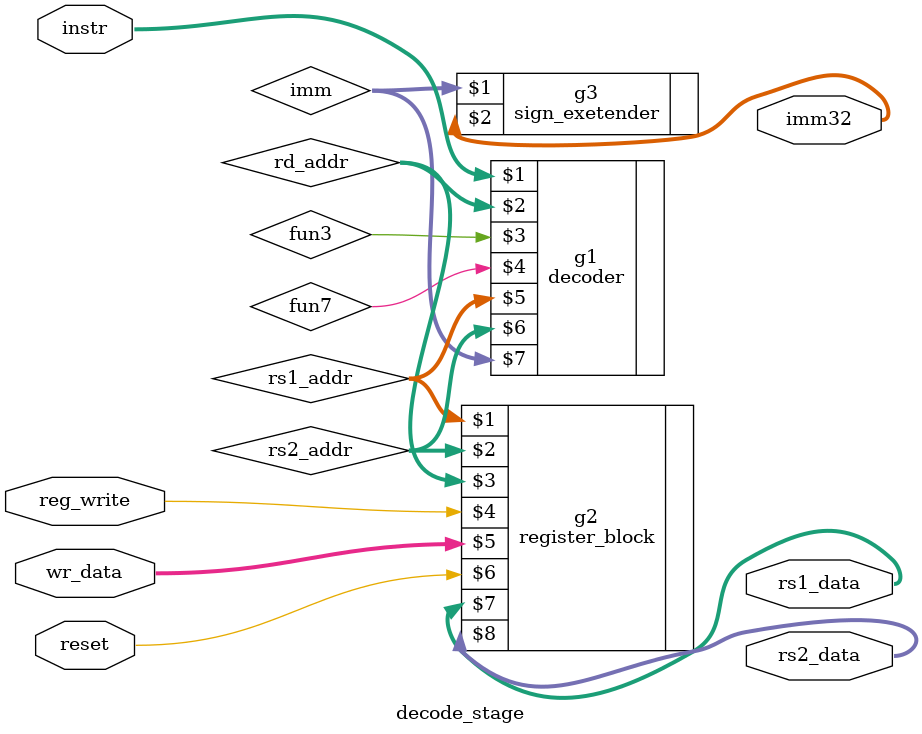
<source format=sv>
module decode_stage (
    input logic [31:0] instr,
    output logic [31:0] rs1_data,
    output logic [31:0] rs2_data,
    output logic [31:0] imm32,
	 input logic reg_write,
    input logic reset,
    input logic [31:0] wr_data

);
	 wire [6:0] func7;
	 wire [2:0] func3;
    wire [4:0] rs1_addr;
    wire [4:0] rs2_addr;
    wire [4:0] rd_addr;
    wire [11:0] imm;
 

decoder g1(instr,rd_addr,fun3,fun7,rs1_addr,rs2_addr,imm);
register_block g2(rs1_addr,rs2_addr,rd_addr,reg_write,wr_data,reset,rs1_data,rs2_data);
sign_exetender g3(imm,imm32);
endmodule

//testbench 
/*
module testbech_decode_stage;
	wire [31:0]instr;
	wire reg_write;
	wire reset;
	reg [31:0] rs1_data;
	reg [31:0] rs2_data;
	reg [31:0] rd_data;
	reg [31:0] imm32;
	
	decode_stage dut(.instr(instr),.rs1_data(rs1_data),.rs2_data(rs2_data),.imm32(imm32),reg_write(reg_write),.reset(reset));
	initial 
		begin 
		reset=0;
		reg_write=0;
		instr=32'h00000001;
		#5;
		reset=0;
		reg_write=1;
		instr=32'h00000001;
		#5;
		reset=1;
		reg_write=0;
		instr=32'h00000001;
		#5;
		reset=1;
		reg_write=1;
		instr=32'h00000001;
		end
endmodule
		
*/

</source>
